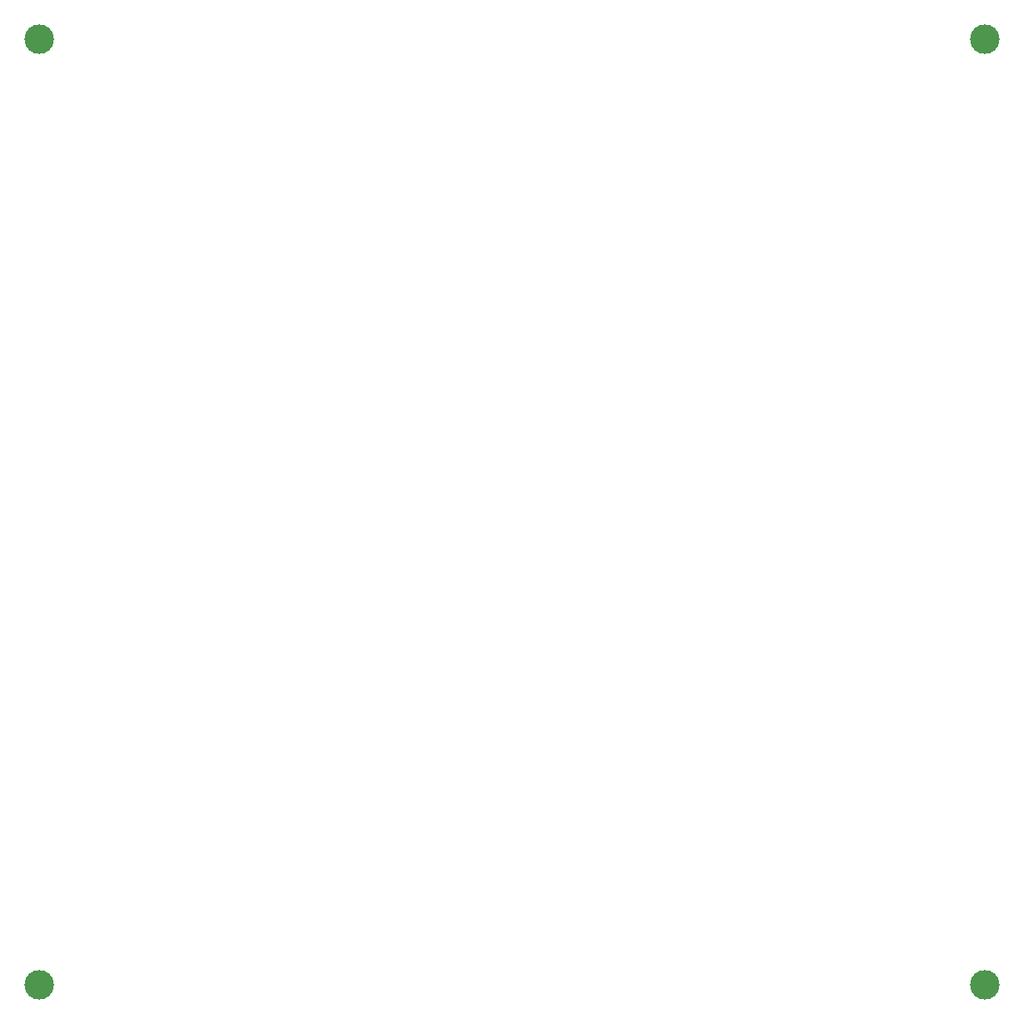
<source format=gbr>
G04 Layer_Color=0*
%FSLAX26Y26*%
%MOIN*%
%TF.FileFunction,NonPlated,1,2,NPTH,Drill*%
%TF.Part,Single*%
G01*
G75*
%TA.AperFunction,OtherDrill,Pad Free-4 (0mil,-3779.528mil)*%
%ADD38C,0.118110*%
%TA.AperFunction,OtherDrill,Pad Free-4 (0mil,0mil)*%
%ADD39C,0.118110*%
%TA.AperFunction,OtherDrill,Pad Free-4 (3779.528mil,-3779.528mil)*%
%ADD40C,0.118110*%
%TA.AperFunction,OtherDrill,Pad Free-4 (3779.527mil,0mil)*%
%ADD41C,0.118110*%
D38*
X0Y-3779528D02*
D03*
D39*
Y0D02*
D03*
D40*
X3779528Y-3779528D02*
D03*
D41*
X3779527Y0D02*
D03*
%TF.MD5,ce7ebc3516bdc970945906ab3ad6cc38*%
M02*

</source>
